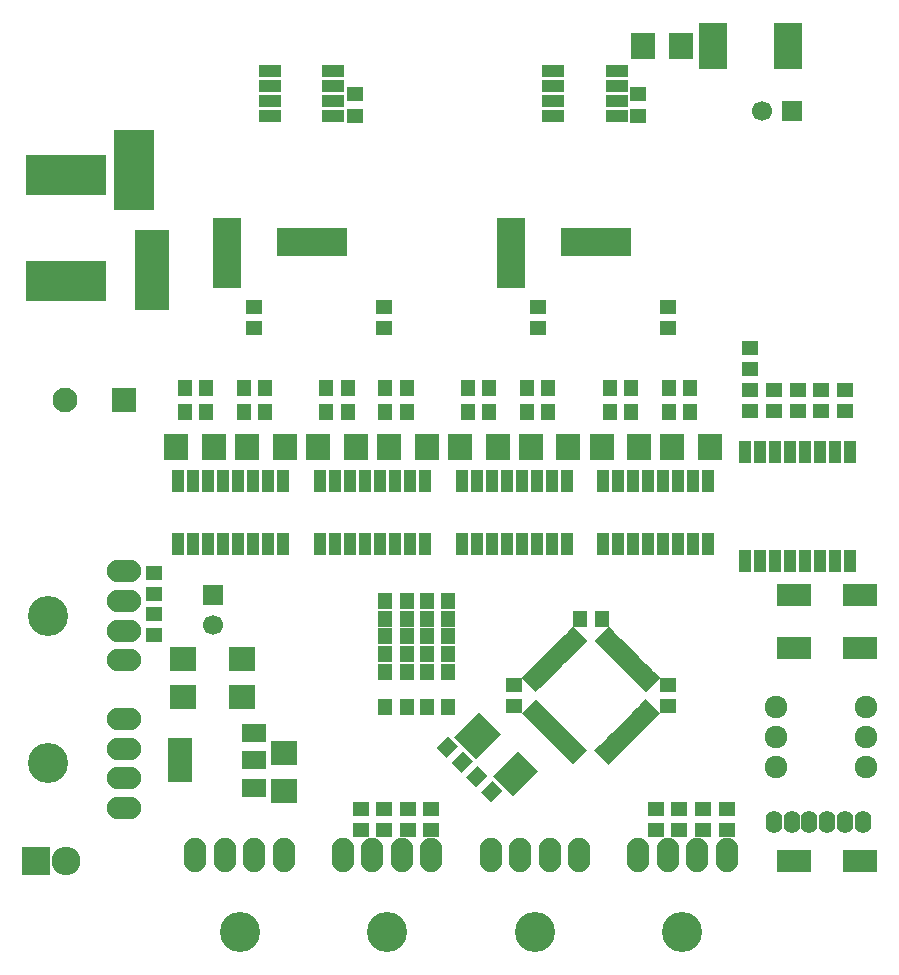
<source format=gbr>
G04 #@! TF.FileFunction,Soldermask,Top*
%FSLAX46Y46*%
G04 Gerber Fmt 4.6, Leading zero omitted, Abs format (unit mm)*
G04 Created by KiCad (PCBNEW 4.0.6) date 05/01/17 21:21:32*
%MOMM*%
%LPD*%
G01*
G04 APERTURE LIST*
%ADD10C,0.100000*%
%ADD11C,1.700000*%
%ADD12R,1.700000X1.700000*%
%ADD13O,1.900000X2.900000*%
%ADD14C,3.400000*%
%ADD15O,2.900000X1.900000*%
%ADD16C,2.100000*%
%ADD17R,2.100000X2.100000*%
%ADD18R,1.000000X1.900000*%
%ADD19R,2.000000X2.200000*%
%ADD20R,2.432000X2.432000*%
%ADD21O,2.432000X2.432000*%
%ADD22R,1.200000X1.400000*%
%ADD23R,1.400000X1.200000*%
%ADD24R,2.200000X2.000000*%
%ADD25R,3.000000X1.900000*%
%ADD26O,1.400000X1.924000*%
%ADD27C,1.924000*%
%ADD28R,3.400000X6.900000*%
%ADD29R,6.851600X3.400000*%
%ADD30R,2.100000X1.600000*%
%ADD31R,2.100000X3.700000*%
%ADD32R,1.950000X1.000000*%
%ADD33R,2.900000X6.900000*%
%ADD34R,2.400000X5.900000*%
%ADD35R,5.900000X2.400000*%
%ADD36R,2.400000X3.900000*%
G04 APERTURE END LIST*
D10*
D11*
X63000000Y-9000000D03*
D12*
X65500000Y-9000000D03*
D13*
X52500000Y-72000000D03*
X55000000Y-72000000D03*
X57500000Y-72000000D03*
X60000000Y-72000000D03*
D14*
X56250000Y-78500000D03*
D13*
X15000000Y-72000000D03*
X17500000Y-72000000D03*
X20000000Y-72000000D03*
X22500000Y-72000000D03*
D14*
X18750000Y-78500000D03*
D15*
X9000000Y-60500000D03*
X9000000Y-63000000D03*
X9000000Y-65500000D03*
X9000000Y-68000000D03*
D14*
X2500000Y-64250000D03*
D16*
X4000000Y-33500000D03*
D17*
X9000000Y-33500000D03*
D18*
X25555000Y-45700000D03*
X26825000Y-45700000D03*
X28095000Y-45700000D03*
X29365000Y-45700000D03*
X30635000Y-45700000D03*
X31905000Y-45700000D03*
X33175000Y-45700000D03*
X34445000Y-45700000D03*
X34445000Y-40300000D03*
X33175000Y-40300000D03*
X31905000Y-40300000D03*
X30635000Y-40300000D03*
X29365000Y-40300000D03*
X28095000Y-40300000D03*
X26825000Y-40300000D03*
X25555000Y-40300000D03*
D10*
G36*
X43108311Y-60462221D02*
X42648692Y-60002602D01*
X43850773Y-58800521D01*
X44310392Y-59260140D01*
X43108311Y-60462221D01*
X43108311Y-60462221D01*
G37*
G36*
X43461864Y-60815774D02*
X43002245Y-60356155D01*
X44204326Y-59154074D01*
X44663945Y-59613693D01*
X43461864Y-60815774D01*
X43461864Y-60815774D01*
G37*
G36*
X43815418Y-61169328D02*
X43355799Y-60709709D01*
X44557880Y-59507628D01*
X45017499Y-59967247D01*
X43815418Y-61169328D01*
X43815418Y-61169328D01*
G37*
G36*
X44168971Y-61522881D02*
X43709352Y-61063262D01*
X44911433Y-59861181D01*
X45371052Y-60320800D01*
X44168971Y-61522881D01*
X44168971Y-61522881D01*
G37*
G36*
X44522524Y-61876434D02*
X44062905Y-61416815D01*
X45264986Y-60214734D01*
X45724605Y-60674353D01*
X44522524Y-61876434D01*
X44522524Y-61876434D01*
G37*
G36*
X44876078Y-62229988D02*
X44416459Y-61770369D01*
X45618540Y-60568288D01*
X46078159Y-61027907D01*
X44876078Y-62229988D01*
X44876078Y-62229988D01*
G37*
G36*
X45229631Y-62583541D02*
X44770012Y-62123922D01*
X45972093Y-60921841D01*
X46431712Y-61381460D01*
X45229631Y-62583541D01*
X45229631Y-62583541D01*
G37*
G36*
X45583185Y-62937095D02*
X45123566Y-62477476D01*
X46325647Y-61275395D01*
X46785266Y-61735014D01*
X45583185Y-62937095D01*
X45583185Y-62937095D01*
G37*
G36*
X45936738Y-63290648D02*
X45477119Y-62831029D01*
X46679200Y-61628948D01*
X47138819Y-62088567D01*
X45936738Y-63290648D01*
X45936738Y-63290648D01*
G37*
G36*
X46290291Y-63644201D02*
X45830672Y-63184582D01*
X47032753Y-61982501D01*
X47492372Y-62442120D01*
X46290291Y-63644201D01*
X46290291Y-63644201D01*
G37*
G36*
X46643845Y-63997755D02*
X46184226Y-63538136D01*
X47386307Y-62336055D01*
X47845926Y-62795674D01*
X46643845Y-63997755D01*
X46643845Y-63997755D01*
G37*
G36*
X46997398Y-64351308D02*
X46537779Y-63891689D01*
X47739860Y-62689608D01*
X48199479Y-63149227D01*
X46997398Y-64351308D01*
X46997398Y-64351308D01*
G37*
G36*
X50462221Y-63891689D02*
X50002602Y-64351308D01*
X48800521Y-63149227D01*
X49260140Y-62689608D01*
X50462221Y-63891689D01*
X50462221Y-63891689D01*
G37*
G36*
X50815774Y-63538136D02*
X50356155Y-63997755D01*
X49154074Y-62795674D01*
X49613693Y-62336055D01*
X50815774Y-63538136D01*
X50815774Y-63538136D01*
G37*
G36*
X51169328Y-63184582D02*
X50709709Y-63644201D01*
X49507628Y-62442120D01*
X49967247Y-61982501D01*
X51169328Y-63184582D01*
X51169328Y-63184582D01*
G37*
G36*
X51522881Y-62831029D02*
X51063262Y-63290648D01*
X49861181Y-62088567D01*
X50320800Y-61628948D01*
X51522881Y-62831029D01*
X51522881Y-62831029D01*
G37*
G36*
X51876434Y-62477476D02*
X51416815Y-62937095D01*
X50214734Y-61735014D01*
X50674353Y-61275395D01*
X51876434Y-62477476D01*
X51876434Y-62477476D01*
G37*
G36*
X52229988Y-62123922D02*
X51770369Y-62583541D01*
X50568288Y-61381460D01*
X51027907Y-60921841D01*
X52229988Y-62123922D01*
X52229988Y-62123922D01*
G37*
G36*
X52583541Y-61770369D02*
X52123922Y-62229988D01*
X50921841Y-61027907D01*
X51381460Y-60568288D01*
X52583541Y-61770369D01*
X52583541Y-61770369D01*
G37*
G36*
X52937095Y-61416815D02*
X52477476Y-61876434D01*
X51275395Y-60674353D01*
X51735014Y-60214734D01*
X52937095Y-61416815D01*
X52937095Y-61416815D01*
G37*
G36*
X53290648Y-61063262D02*
X52831029Y-61522881D01*
X51628948Y-60320800D01*
X52088567Y-59861181D01*
X53290648Y-61063262D01*
X53290648Y-61063262D01*
G37*
G36*
X53644201Y-60709709D02*
X53184582Y-61169328D01*
X51982501Y-59967247D01*
X52442120Y-59507628D01*
X53644201Y-60709709D01*
X53644201Y-60709709D01*
G37*
G36*
X53997755Y-60356155D02*
X53538136Y-60815774D01*
X52336055Y-59613693D01*
X52795674Y-59154074D01*
X53997755Y-60356155D01*
X53997755Y-60356155D01*
G37*
G36*
X54351308Y-60002602D02*
X53891689Y-60462221D01*
X52689608Y-59260140D01*
X53149227Y-58800521D01*
X54351308Y-60002602D01*
X54351308Y-60002602D01*
G37*
G36*
X53149227Y-58199479D02*
X52689608Y-57739860D01*
X53891689Y-56537779D01*
X54351308Y-56997398D01*
X53149227Y-58199479D01*
X53149227Y-58199479D01*
G37*
G36*
X52795674Y-57845926D02*
X52336055Y-57386307D01*
X53538136Y-56184226D01*
X53997755Y-56643845D01*
X52795674Y-57845926D01*
X52795674Y-57845926D01*
G37*
G36*
X52442120Y-57492372D02*
X51982501Y-57032753D01*
X53184582Y-55830672D01*
X53644201Y-56290291D01*
X52442120Y-57492372D01*
X52442120Y-57492372D01*
G37*
G36*
X52088567Y-57138819D02*
X51628948Y-56679200D01*
X52831029Y-55477119D01*
X53290648Y-55936738D01*
X52088567Y-57138819D01*
X52088567Y-57138819D01*
G37*
G36*
X51735014Y-56785266D02*
X51275395Y-56325647D01*
X52477476Y-55123566D01*
X52937095Y-55583185D01*
X51735014Y-56785266D01*
X51735014Y-56785266D01*
G37*
G36*
X51381460Y-56431712D02*
X50921841Y-55972093D01*
X52123922Y-54770012D01*
X52583541Y-55229631D01*
X51381460Y-56431712D01*
X51381460Y-56431712D01*
G37*
G36*
X51027907Y-56078159D02*
X50568288Y-55618540D01*
X51770369Y-54416459D01*
X52229988Y-54876078D01*
X51027907Y-56078159D01*
X51027907Y-56078159D01*
G37*
G36*
X50674353Y-55724605D02*
X50214734Y-55264986D01*
X51416815Y-54062905D01*
X51876434Y-54522524D01*
X50674353Y-55724605D01*
X50674353Y-55724605D01*
G37*
G36*
X50320800Y-55371052D02*
X49861181Y-54911433D01*
X51063262Y-53709352D01*
X51522881Y-54168971D01*
X50320800Y-55371052D01*
X50320800Y-55371052D01*
G37*
G36*
X49967247Y-55017499D02*
X49507628Y-54557880D01*
X50709709Y-53355799D01*
X51169328Y-53815418D01*
X49967247Y-55017499D01*
X49967247Y-55017499D01*
G37*
G36*
X49613693Y-54663945D02*
X49154074Y-54204326D01*
X50356155Y-53002245D01*
X50815774Y-53461864D01*
X49613693Y-54663945D01*
X49613693Y-54663945D01*
G37*
G36*
X49260140Y-54310392D02*
X48800521Y-53850773D01*
X50002602Y-52648692D01*
X50462221Y-53108311D01*
X49260140Y-54310392D01*
X49260140Y-54310392D01*
G37*
G36*
X48199479Y-53850773D02*
X47739860Y-54310392D01*
X46537779Y-53108311D01*
X46997398Y-52648692D01*
X48199479Y-53850773D01*
X48199479Y-53850773D01*
G37*
G36*
X47845926Y-54204326D02*
X47386307Y-54663945D01*
X46184226Y-53461864D01*
X46643845Y-53002245D01*
X47845926Y-54204326D01*
X47845926Y-54204326D01*
G37*
G36*
X47492372Y-54557880D02*
X47032753Y-55017499D01*
X45830672Y-53815418D01*
X46290291Y-53355799D01*
X47492372Y-54557880D01*
X47492372Y-54557880D01*
G37*
G36*
X47138819Y-54911433D02*
X46679200Y-55371052D01*
X45477119Y-54168971D01*
X45936738Y-53709352D01*
X47138819Y-54911433D01*
X47138819Y-54911433D01*
G37*
G36*
X46785266Y-55264986D02*
X46325647Y-55724605D01*
X45123566Y-54522524D01*
X45583185Y-54062905D01*
X46785266Y-55264986D01*
X46785266Y-55264986D01*
G37*
G36*
X46431712Y-55618540D02*
X45972093Y-56078159D01*
X44770012Y-54876078D01*
X45229631Y-54416459D01*
X46431712Y-55618540D01*
X46431712Y-55618540D01*
G37*
G36*
X46078159Y-55972093D02*
X45618540Y-56431712D01*
X44416459Y-55229631D01*
X44876078Y-54770012D01*
X46078159Y-55972093D01*
X46078159Y-55972093D01*
G37*
G36*
X45724605Y-56325647D02*
X45264986Y-56785266D01*
X44062905Y-55583185D01*
X44522524Y-55123566D01*
X45724605Y-56325647D01*
X45724605Y-56325647D01*
G37*
G36*
X45371052Y-56679200D02*
X44911433Y-57138819D01*
X43709352Y-55936738D01*
X44168971Y-55477119D01*
X45371052Y-56679200D01*
X45371052Y-56679200D01*
G37*
G36*
X45017499Y-57032753D02*
X44557880Y-57492372D01*
X43355799Y-56290291D01*
X43815418Y-55830672D01*
X45017499Y-57032753D01*
X45017499Y-57032753D01*
G37*
G36*
X44663945Y-57386307D02*
X44204326Y-57845926D01*
X43002245Y-56643845D01*
X43461864Y-56184226D01*
X44663945Y-57386307D01*
X44663945Y-57386307D01*
G37*
G36*
X44310392Y-57739860D02*
X43850773Y-58199479D01*
X42648692Y-56997398D01*
X43108311Y-56537779D01*
X44310392Y-57739860D01*
X44310392Y-57739860D01*
G37*
D11*
X16500000Y-52500000D03*
D12*
X16500000Y-50000000D03*
D19*
X25400000Y-37500000D03*
X28600000Y-37500000D03*
X31400000Y-37500000D03*
X34600000Y-37500000D03*
X13400000Y-37500000D03*
X16600000Y-37500000D03*
X19400000Y-37500000D03*
X22600000Y-37500000D03*
X49400000Y-37500000D03*
X52600000Y-37500000D03*
X55400000Y-37500000D03*
X58600000Y-37500000D03*
X37400000Y-37500000D03*
X40600000Y-37500000D03*
X43400000Y-37500000D03*
X46600000Y-37500000D03*
D20*
X1500000Y-72500000D03*
D21*
X4040000Y-72500000D03*
D18*
X13555000Y-45700000D03*
X14825000Y-45700000D03*
X16095000Y-45700000D03*
X17365000Y-45700000D03*
X18635000Y-45700000D03*
X19905000Y-45700000D03*
X21175000Y-45700000D03*
X22445000Y-45700000D03*
X22445000Y-40300000D03*
X21175000Y-40300000D03*
X19905000Y-40300000D03*
X18635000Y-40300000D03*
X17365000Y-40300000D03*
X16095000Y-40300000D03*
X14825000Y-40300000D03*
X13555000Y-40300000D03*
X49555000Y-45700000D03*
X50825000Y-45700000D03*
X52095000Y-45700000D03*
X53365000Y-45700000D03*
X54635000Y-45700000D03*
X55905000Y-45700000D03*
X57175000Y-45700000D03*
X58445000Y-45700000D03*
X58445000Y-40300000D03*
X57175000Y-40300000D03*
X55905000Y-40300000D03*
X54635000Y-40300000D03*
X53365000Y-40300000D03*
X52095000Y-40300000D03*
X50825000Y-40300000D03*
X49555000Y-40300000D03*
X37555000Y-45700000D03*
X38825000Y-45700000D03*
X40095000Y-45700000D03*
X41365000Y-45700000D03*
X42635000Y-45700000D03*
X43905000Y-45700000D03*
X45175000Y-45700000D03*
X46445000Y-45700000D03*
X46445000Y-40300000D03*
X45175000Y-40300000D03*
X43905000Y-40300000D03*
X42635000Y-40300000D03*
X41365000Y-40300000D03*
X40095000Y-40300000D03*
X38825000Y-40300000D03*
X37555000Y-40300000D03*
D10*
G36*
X35444365Y-62934315D02*
X36434315Y-61944365D01*
X37282843Y-62792893D01*
X36292893Y-63782843D01*
X35444365Y-62934315D01*
X35444365Y-62934315D01*
G37*
G36*
X36717157Y-64207107D02*
X37707107Y-63217157D01*
X38555635Y-64065685D01*
X37565685Y-65055635D01*
X36717157Y-64207107D01*
X36717157Y-64207107D01*
G37*
G36*
X41055635Y-66565685D02*
X40065685Y-67555635D01*
X39217157Y-66707107D01*
X40207107Y-65717157D01*
X41055635Y-66565685D01*
X41055635Y-66565685D01*
G37*
G36*
X39782843Y-65292893D02*
X38792893Y-66282843D01*
X37944365Y-65434315D01*
X38934315Y-64444365D01*
X39782843Y-65292893D01*
X39782843Y-65292893D01*
G37*
D22*
X49400000Y-52000000D03*
X47600000Y-52000000D03*
D23*
X42000000Y-57600000D03*
X42000000Y-59400000D03*
D22*
X32900000Y-52000000D03*
X31100000Y-52000000D03*
D23*
X55000000Y-59400000D03*
X55000000Y-57600000D03*
X31000000Y-27400000D03*
X31000000Y-25600000D03*
X20000000Y-27400000D03*
X20000000Y-25600000D03*
X55000000Y-27400000D03*
X55000000Y-25600000D03*
X44000000Y-27400000D03*
X44000000Y-25600000D03*
D22*
X32900000Y-59500000D03*
X31100000Y-59500000D03*
D23*
X11500000Y-49900000D03*
X11500000Y-48100000D03*
X62000000Y-32600000D03*
X62000000Y-34400000D03*
D22*
X26100000Y-32500000D03*
X27900000Y-32500000D03*
X14100000Y-32500000D03*
X15900000Y-32500000D03*
X31100000Y-32500000D03*
X32900000Y-32500000D03*
X50100000Y-32500000D03*
X51900000Y-32500000D03*
X38100000Y-32500000D03*
X39900000Y-32500000D03*
X43100000Y-32500000D03*
X44900000Y-32500000D03*
X19100000Y-32500000D03*
X20900000Y-32500000D03*
X55100000Y-32500000D03*
X56900000Y-32500000D03*
D24*
X22500000Y-63400000D03*
X22500000Y-66600000D03*
D22*
X32900000Y-50500000D03*
X31100000Y-50500000D03*
X36400000Y-52000000D03*
X34600000Y-52000000D03*
X36400000Y-59500000D03*
X34600000Y-59500000D03*
D23*
X11500000Y-53400000D03*
X11500000Y-51600000D03*
X62000000Y-29100000D03*
X62000000Y-30900000D03*
D22*
X36400000Y-50500000D03*
X34600000Y-50500000D03*
D24*
X14000000Y-55400000D03*
X14000000Y-58600000D03*
X19000000Y-55400000D03*
X19000000Y-58600000D03*
D25*
X71300000Y-72500000D03*
X65700000Y-72500000D03*
X71300000Y-54500000D03*
X65700000Y-54500000D03*
X71300000Y-50000000D03*
X65700000Y-50000000D03*
D26*
X71500000Y-69250000D03*
X70000000Y-69250000D03*
X68500000Y-69250000D03*
X67000000Y-69250000D03*
X65500000Y-69250000D03*
X64000000Y-69250000D03*
D27*
X71810000Y-64540000D03*
X71810000Y-62000000D03*
X71810000Y-59460000D03*
X64190000Y-59460000D03*
X64190000Y-62000000D03*
X64190000Y-64540000D03*
D10*
G36*
X36893755Y-62015075D02*
X39015075Y-59893755D01*
X40853553Y-61732233D01*
X38732233Y-63853553D01*
X36893755Y-62015075D01*
X36893755Y-62015075D01*
G37*
G36*
X40217158Y-65338478D02*
X42338478Y-63217158D01*
X44035534Y-64914214D01*
X41914214Y-67035534D01*
X40217158Y-65338478D01*
X40217158Y-65338478D01*
G37*
D15*
X9000000Y-48000000D03*
X9000000Y-50500000D03*
X9000000Y-53000000D03*
X9000000Y-55500000D03*
D14*
X2500000Y-51750000D03*
D28*
X9800000Y-14000000D03*
D29*
X4100000Y-14400000D03*
D22*
X27900000Y-34500000D03*
X26100000Y-34500000D03*
X15900000Y-34500000D03*
X14100000Y-34500000D03*
X51900000Y-34500000D03*
X50100000Y-34500000D03*
X39900000Y-34500000D03*
X38100000Y-34500000D03*
X32900000Y-34500000D03*
X31100000Y-34500000D03*
X20900000Y-34500000D03*
X19100000Y-34500000D03*
X56900000Y-34500000D03*
X55100000Y-34500000D03*
X44900000Y-34500000D03*
X43100000Y-34500000D03*
D30*
X20000000Y-66300000D03*
X20000000Y-64000000D03*
X20000000Y-61700000D03*
D31*
X13700000Y-64000000D03*
D13*
X27500000Y-72000000D03*
X30000000Y-72000000D03*
X32500000Y-72000000D03*
X35000000Y-72000000D03*
D14*
X31250000Y-78500000D03*
D19*
X52900000Y-3500000D03*
X56100000Y-3500000D03*
D23*
X31000000Y-68100000D03*
X31000000Y-69900000D03*
X35000000Y-68100000D03*
X35000000Y-69900000D03*
X29000000Y-69900000D03*
X29000000Y-68100000D03*
X33000000Y-69900000D03*
X33000000Y-68100000D03*
X54000000Y-69900000D03*
X54000000Y-68100000D03*
X56000000Y-68100000D03*
X56000000Y-69900000D03*
X58000000Y-69900000D03*
X58000000Y-68100000D03*
X60000000Y-68100000D03*
X60000000Y-69900000D03*
D18*
X70445000Y-37850000D03*
X69175000Y-37850000D03*
X67905000Y-37850000D03*
X66635000Y-37850000D03*
X65365000Y-37850000D03*
X64095000Y-37850000D03*
X62825000Y-37850000D03*
X61555000Y-37850000D03*
X61555000Y-47150000D03*
X62825000Y-47150000D03*
X64095000Y-47150000D03*
X65365000Y-47150000D03*
X66635000Y-47150000D03*
X67905000Y-47150000D03*
X69175000Y-47150000D03*
X70445000Y-47150000D03*
D32*
X45300000Y-5595000D03*
X45300000Y-6865000D03*
X45300000Y-8135000D03*
X45300000Y-9405000D03*
X50700000Y-9405000D03*
X50700000Y-8135000D03*
X50700000Y-6865000D03*
X50700000Y-5595000D03*
X21300000Y-5595000D03*
X21300000Y-6865000D03*
X21300000Y-8135000D03*
X21300000Y-9405000D03*
X26700000Y-9405000D03*
X26700000Y-8135000D03*
X26700000Y-6865000D03*
X26700000Y-5595000D03*
D23*
X70000000Y-34400000D03*
X70000000Y-32600000D03*
X52500000Y-9400000D03*
X52500000Y-7600000D03*
X28500000Y-9400000D03*
X28500000Y-7600000D03*
D13*
X40000000Y-72000000D03*
X42500000Y-72000000D03*
X45000000Y-72000000D03*
X47500000Y-72000000D03*
D14*
X43750000Y-78500000D03*
D23*
X64000000Y-32600000D03*
X64000000Y-34400000D03*
D33*
X11300000Y-22500000D03*
D29*
X4100000Y-23400000D03*
D34*
X41700000Y-21000000D03*
D35*
X48900000Y-20100000D03*
D34*
X17700000Y-21000000D03*
D35*
X24900000Y-20100000D03*
D23*
X68000000Y-34400000D03*
X68000000Y-32600000D03*
X66000000Y-34400000D03*
X66000000Y-32600000D03*
D22*
X36400000Y-56500000D03*
X34600000Y-56500000D03*
X36400000Y-55000000D03*
X34600000Y-55000000D03*
X36400000Y-53500000D03*
X34600000Y-53500000D03*
X32900000Y-56500000D03*
X31100000Y-56500000D03*
X32900000Y-55000000D03*
X31100000Y-55000000D03*
X32900000Y-53500000D03*
X31100000Y-53500000D03*
D36*
X65150000Y-3500000D03*
X58850000Y-3500000D03*
M02*

</source>
